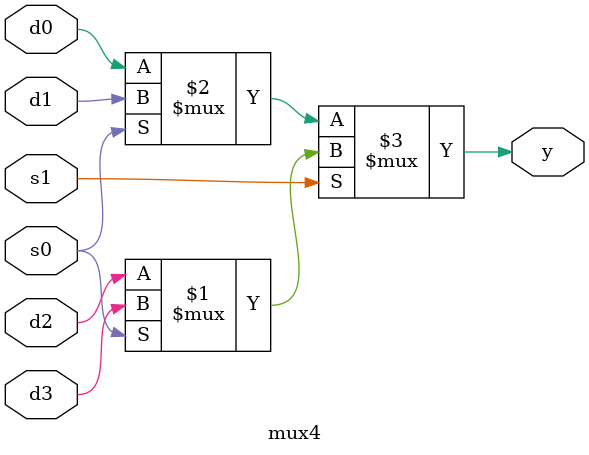
<source format=sv>
`timescale 1ns / 1ps
module mux4(input logic d0, d1, d2, d3, s1, s0, output logic y);
    assign y = s1 ? (s0 ? d3 : d2) : (s0 ? d1 : d0);
endmodule
</source>
